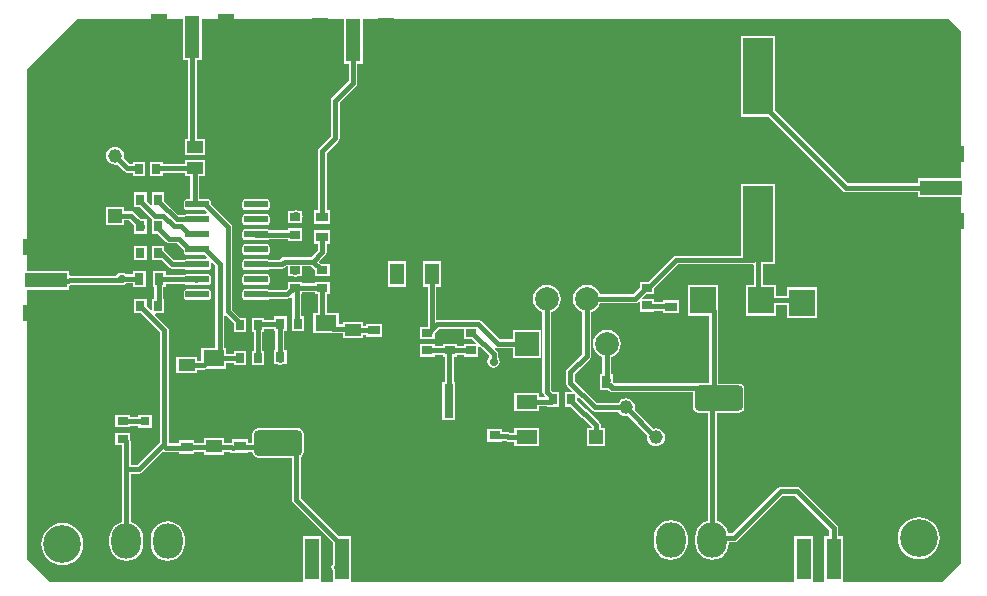
<source format=gtl>
G04*
G04 #@! TF.GenerationSoftware,Altium Limited,Altium Designer,21.6.1 (37)*
G04*
G04 Layer_Physical_Order=1*
G04 Layer_Color=255*
%FSLAX44Y44*%
%MOMM*%
G71*
G04*
G04 #@! TF.SameCoordinates,4932F9C6-11AC-4B27-AC6D-AAE507F42B56*
G04*
G04*
G04 #@! TF.FilePolarity,Positive*
G04*
G01*
G75*
G04:AMPARAMS|DCode=20|XSize=1.2mm|YSize=3.5mm|CornerRadius=0.3mm|HoleSize=0mm|Usage=FLASHONLY|Rotation=0.000|XOffset=0mm|YOffset=0mm|HoleType=Round|Shape=RoundedRectangle|*
%AMROUNDEDRECTD20*
21,1,1.2000,2.9000,0,0,0.0*
21,1,0.6000,3.5000,0,0,0.0*
1,1,0.6000,0.3000,-1.4500*
1,1,0.6000,-0.3000,-1.4500*
1,1,0.6000,-0.3000,1.4500*
1,1,0.6000,0.3000,1.4500*
%
%ADD20ROUNDEDRECTD20*%
%ADD21R,1.2000X3.5000*%
%ADD22R,1.3800X1.0500*%
G04:AMPARAMS|DCode=23|XSize=3.99mm|YSize=2.12mm|CornerRadius=0.265mm|HoleSize=0mm|Usage=FLASHONLY|Rotation=0.000|XOffset=0mm|YOffset=0mm|HoleType=Round|Shape=RoundedRectangle|*
%AMROUNDEDRECTD23*
21,1,3.9900,1.5900,0,0,0.0*
21,1,3.4600,2.1200,0,0,0.0*
1,1,0.5300,1.7300,-0.7950*
1,1,0.5300,-1.7300,-0.7950*
1,1,0.5300,-1.7300,0.7950*
1,1,0.5300,1.7300,0.7950*
%
%ADD23ROUNDEDRECTD23*%
%ADD24R,4.2000X1.3500*%
%ADD25R,3.6000X1.2700*%
%ADD26R,0.7620X2.8702*%
%ADD27R,2.5000X6.5000*%
%ADD28R,0.8000X1.0000*%
%ADD29R,0.9000X0.7000*%
%ADD30R,2.2000X2.3000*%
%ADD31R,10.4000X15.9900*%
%ADD32R,1.1500X1.8200*%
%ADD33R,0.7000X0.9000*%
%ADD34R,1.8200X1.1500*%
%ADD35R,1.0000X0.8000*%
%ADD36R,1.2700X3.6000*%
%ADD37R,1.3500X4.2000*%
G04:AMPARAMS|DCode=38|XSize=1.95mm|YSize=0.59mm|CornerRadius=0.0738mm|HoleSize=0mm|Usage=FLASHONLY|Rotation=0.000|XOffset=0mm|YOffset=0mm|HoleType=Round|Shape=RoundedRectangle|*
%AMROUNDEDRECTD38*
21,1,1.9500,0.4425,0,0,0.0*
21,1,1.8025,0.5900,0,0,0.0*
1,1,0.1475,0.9012,-0.2213*
1,1,0.1475,-0.9012,-0.2213*
1,1,0.1475,-0.9012,0.2213*
1,1,0.1475,0.9012,0.2213*
%
%ADD38ROUNDEDRECTD38*%
%ADD39R,1.8200X1.3800*%
%ADD40R,0.8000X0.8000*%
%ADD70C,0.4000*%
%ADD71C,3.2000*%
%ADD72O,2.5000X3.0000*%
%ADD73R,2.0100X2.0100*%
%ADD74C,2.0100*%
%ADD75C,4.8660*%
%ADD76R,1.1680X1.1680*%
%ADD77C,1.1680*%
%ADD78R,1.1680X1.1680*%
%ADD79C,0.7000*%
G36*
X897451Y360944D02*
Y236300D01*
X861300D01*
Y232022D01*
X801813D01*
X740200Y293635D01*
Y356700D01*
X711800D01*
Y288300D01*
X734865D01*
X797582Y225583D01*
X797582Y225583D01*
X798806Y224765D01*
X800250Y224478D01*
X800250Y224478D01*
X861300D01*
Y220200D01*
X897451D01*
Y-89944D01*
X881944Y-105451D01*
X798666D01*
X797500Y-105200D01*
X797500Y-104181D01*
Y-66800D01*
X793572D01*
Y-59800D01*
X793572Y-59800D01*
X793285Y-58356D01*
X792468Y-57132D01*
X792467Y-57132D01*
X761324Y-25989D01*
X760100Y-25171D01*
X758657Y-24884D01*
X758657Y-24884D01*
X745091D01*
X743648Y-25171D01*
X742424Y-25989D01*
X703937Y-64476D01*
X700924D01*
X700835Y-63793D01*
X699404Y-60339D01*
X697128Y-57372D01*
X694161Y-55096D01*
X690772Y-53693D01*
Y37615D01*
X709900D01*
X711597Y37952D01*
X713036Y38914D01*
X713998Y40353D01*
X714335Y42050D01*
Y57950D01*
X713998Y59647D01*
X713036Y61086D01*
X711597Y62048D01*
X709900Y62385D01*
X692272D01*
Y124000D01*
X692272Y124000D01*
X692200Y124365D01*
Y146200D01*
X666800D01*
Y119800D01*
X684727D01*
Y63369D01*
X684000Y62772D01*
X604063D01*
X603200Y63635D01*
Y70700D01*
X601522D01*
Y84811D01*
X603926Y85806D01*
X606380Y87690D01*
X608264Y90144D01*
X609448Y93003D01*
X609851Y96070D01*
X609448Y99137D01*
X608264Y101996D01*
X606380Y104450D01*
X603926Y106334D01*
X601067Y107517D01*
X598000Y107921D01*
X594933Y107517D01*
X592074Y106334D01*
X589620Y104450D01*
X587736Y101996D01*
X586552Y99137D01*
X586149Y96070D01*
X586552Y93003D01*
X587736Y90144D01*
X589620Y87690D01*
X592074Y85806D01*
X593978Y85018D01*
Y70700D01*
X591800D01*
Y57300D01*
X598865D01*
X599832Y56333D01*
X599832Y56333D01*
X601056Y55515D01*
X602500Y55227D01*
X670865D01*
Y42050D01*
X671202Y40353D01*
X672164Y38914D01*
X673603Y37952D01*
X675300Y37615D01*
X683227D01*
Y-53693D01*
X679839Y-55096D01*
X676872Y-57372D01*
X674596Y-60339D01*
X673166Y-63793D01*
X672678Y-67500D01*
Y-72500D01*
X673166Y-76207D01*
X674596Y-79661D01*
X676872Y-82628D01*
X679839Y-84904D01*
X683293Y-86334D01*
X687000Y-86823D01*
X690707Y-86334D01*
X694161Y-84904D01*
X697128Y-82628D01*
X699404Y-79661D01*
X700835Y-76207D01*
X701322Y-72500D01*
Y-72021D01*
X705500D01*
X705500Y-72021D01*
X706944Y-71733D01*
X708168Y-70916D01*
X746654Y-32429D01*
X757094D01*
X786028Y-61363D01*
Y-66800D01*
X782100D01*
Y-104181D01*
X782100Y-105200D01*
X780934Y-105451D01*
X773266D01*
X772100Y-105200D01*
X772100Y-104181D01*
Y-66800D01*
X756700D01*
Y-104181D01*
X756700Y-105200D01*
X755534Y-105451D01*
X382266D01*
X381100Y-105200D01*
X381100Y-104181D01*
Y-66800D01*
X371035D01*
X338672Y-34437D01*
Y3D01*
X340036Y914D01*
X340998Y2353D01*
X341335Y4050D01*
Y19950D01*
X340998Y21647D01*
X340036Y23086D01*
X338597Y24048D01*
X336900Y24385D01*
X302300D01*
X300603Y24048D01*
X299164Y23086D01*
X298202Y21647D01*
X297865Y19950D01*
Y12272D01*
X293700D01*
Y15200D01*
X280300D01*
Y12519D01*
X279999Y12272D01*
X279999Y12272D01*
X273600D01*
Y16070D01*
X256400D01*
Y12272D01*
X248700D01*
Y14200D01*
X235300D01*
Y11773D01*
X226772D01*
Y108000D01*
X226772Y108000D01*
X226485Y109444D01*
X225668Y110667D01*
X225667Y110668D01*
X215708Y120627D01*
X216194Y121800D01*
X223200D01*
Y134200D01*
X222272D01*
Y144300D01*
X224700D01*
Y147028D01*
X240165D01*
X240430Y146630D01*
X241236Y146091D01*
X242188Y145902D01*
X260212D01*
X261164Y146091D01*
X261970Y146630D01*
X262509Y147437D01*
X262698Y148387D01*
Y152812D01*
X262509Y153764D01*
X261970Y154570D01*
X261164Y155109D01*
X260212Y155298D01*
X242188D01*
X241236Y155109D01*
X240434Y154572D01*
X224700D01*
Y157700D01*
X213300D01*
Y144300D01*
X214727D01*
Y134200D01*
X212800D01*
Y125194D01*
X211627Y124708D01*
X208294Y128041D01*
X208200Y128512D01*
Y134200D01*
X197800D01*
Y128512D01*
X197698Y128000D01*
X197800Y127488D01*
Y121800D01*
X203865D01*
X219228Y106437D01*
Y12563D01*
X200437Y-6227D01*
X194772D01*
Y13500D01*
X194772Y13500D01*
X194485Y14944D01*
X194200Y15371D01*
Y20700D01*
X181800D01*
Y10300D01*
X187227D01*
Y-54693D01*
X183839Y-56096D01*
X180872Y-58373D01*
X178596Y-61339D01*
X177166Y-64793D01*
X176677Y-68500D01*
Y-73500D01*
X177166Y-77207D01*
X178596Y-80661D01*
X180872Y-83628D01*
X183839Y-85904D01*
X187293Y-87334D01*
X191000Y-87823D01*
X194707Y-87334D01*
X198161Y-85904D01*
X201128Y-83628D01*
X203404Y-80661D01*
X204834Y-77207D01*
X205322Y-73500D01*
Y-68500D01*
X204834Y-64793D01*
X203404Y-61339D01*
X201128Y-58373D01*
X198161Y-56096D01*
X194772Y-54693D01*
Y-13772D01*
X202000D01*
X202000Y-13772D01*
X203444Y-13485D01*
X204668Y-12668D01*
X222373Y5038D01*
X223156Y4515D01*
X224600Y4227D01*
X235300D01*
Y2800D01*
X248700D01*
Y4728D01*
X256400D01*
Y2170D01*
X273600D01*
Y4728D01*
X278488D01*
X279556Y4014D01*
X280300Y3866D01*
Y3800D01*
X281000Y3727D01*
X281368Y3800D01*
X281570Y3800D01*
X293700D01*
Y4728D01*
X297865D01*
Y4050D01*
X298202Y2353D01*
X299164Y914D01*
X300603Y-48D01*
X302300Y-385D01*
X331128D01*
Y-36000D01*
X331128Y-36000D01*
X331415Y-37444D01*
X332233Y-38668D01*
X365700Y-72135D01*
Y-90181D01*
X364915Y-91356D01*
X364627Y-92800D01*
X364915Y-94244D01*
X365700Y-95419D01*
X365700Y-105200D01*
X364534Y-105451D01*
X356866D01*
X355700Y-105200D01*
X355700Y-104181D01*
Y-66800D01*
X340300D01*
Y-104181D01*
X340300Y-105200D01*
X339134Y-105451D01*
X126056D01*
X106549Y-85944D01*
Y141950D01*
X142700D01*
Y145367D01*
X143444Y145515D01*
X144510Y146228D01*
X184783D01*
X184971Y146102D01*
X187000Y145698D01*
X189029Y146102D01*
X190714Y147227D01*
X196300D01*
Y144300D01*
X207700D01*
Y157700D01*
X196300D01*
Y154773D01*
X190714D01*
X189029Y155898D01*
X187000Y156302D01*
X184971Y155898D01*
X183251Y154749D01*
X182598Y153772D01*
X144000D01*
X143970Y153766D01*
X142700Y154550D01*
Y158050D01*
X106549D01*
Y328944D01*
X149056Y371451D01*
X238950D01*
Y336300D01*
X243228D01*
Y269830D01*
X240400D01*
Y255930D01*
X257600D01*
Y269830D01*
X250772D01*
Y336300D01*
X255050D01*
Y371451D01*
X374950D01*
Y333300D01*
X379227D01*
Y318563D01*
X365332Y304668D01*
X364515Y303444D01*
X364227Y302000D01*
X364227Y302000D01*
Y271563D01*
X354332Y261667D01*
X353515Y260444D01*
X353228Y259000D01*
X353228Y259000D01*
Y209200D01*
X350300D01*
Y197800D01*
X363700D01*
Y209200D01*
X360773D01*
Y257437D01*
X370668Y267332D01*
X371485Y268556D01*
X371772Y270000D01*
X371772Y270000D01*
Y300437D01*
X385667Y314332D01*
X385668Y314332D01*
X386485Y315556D01*
X386772Y317000D01*
Y333300D01*
X391050D01*
Y371451D01*
X886944D01*
X897451Y360944D01*
D02*
G37*
%LPC*%
G36*
X257600Y252070D02*
X240400D01*
Y248333D01*
X221700D01*
Y250200D01*
X211300D01*
Y237800D01*
X221700D01*
Y240788D01*
X240400D01*
Y238170D01*
X245228D01*
Y218798D01*
X242188D01*
X241236Y218609D01*
X240430Y218070D01*
X239891Y217264D01*
X239702Y216313D01*
Y211887D01*
X239891Y210937D01*
X240430Y210130D01*
X241236Y209592D01*
X242188Y209402D01*
X257363D01*
X259397Y207368D01*
X258871Y206098D01*
X242188D01*
X241236Y205909D01*
X240430Y205370D01*
X240298Y205173D01*
X235163D01*
X223200Y217135D01*
Y224200D01*
X212800D01*
Y214195D01*
X211627Y213708D01*
X208200Y217135D01*
Y224200D01*
X197800D01*
Y220871D01*
X197515Y220444D01*
X197227Y219000D01*
X197515Y217556D01*
X197800Y217129D01*
Y211800D01*
X202865D01*
X212054Y202611D01*
X212800Y201700D01*
X212800D01*
X212800Y201700D01*
Y189300D01*
X217865D01*
X224857Y182307D01*
X224857Y182307D01*
X226081Y181490D01*
X227525Y181203D01*
X233862D01*
X239702Y175363D01*
Y173787D01*
X239891Y172836D01*
X240430Y172030D01*
X241236Y171492D01*
X242188Y171302D01*
X257363D01*
X259397Y169268D01*
X258871Y167998D01*
X242188D01*
X241236Y167809D01*
X240430Y167270D01*
X240298Y167073D01*
X231263D01*
X223200Y175135D01*
Y179200D01*
X212800D01*
Y166800D01*
X220865D01*
X227032Y160632D01*
X228256Y159815D01*
X229700Y159528D01*
X229700Y159528D01*
X240298D01*
X240430Y159330D01*
X241236Y158792D01*
X242188Y158602D01*
X260212D01*
X261164Y158792D01*
X261970Y159330D01*
X262509Y160137D01*
X262698Y161087D01*
Y164171D01*
X263968Y164697D01*
X266227Y162437D01*
Y92290D01*
X254200D01*
Y81652D01*
X250600D01*
Y84830D01*
X233400D01*
Y70930D01*
X250600D01*
Y74107D01*
X256990D01*
X256990Y74107D01*
X258434Y74395D01*
X259474Y75090D01*
X275800D01*
Y80227D01*
X282300D01*
Y77800D01*
X292700D01*
Y90200D01*
X282300D01*
Y87773D01*
X275800D01*
Y92290D01*
X273773D01*
Y119596D01*
X275042Y120122D01*
X282300Y112865D01*
Y105800D01*
X292700D01*
Y118200D01*
X287635D01*
X280772Y125063D01*
Y195100D01*
X280772Y195100D01*
X280485Y196544D01*
X279668Y197768D01*
X279667Y197768D01*
X262698Y214737D01*
Y216313D01*
X262509Y217264D01*
X261970Y218070D01*
X261164Y218609D01*
X260212Y218798D01*
X252773D01*
Y238170D01*
X257600D01*
Y252070D01*
D02*
G37*
G36*
X181400Y263005D02*
X179432Y262746D01*
X177598Y261986D01*
X176022Y260778D01*
X174814Y259202D01*
X174054Y257368D01*
X173795Y255400D01*
X174054Y253432D01*
X174814Y251597D01*
X176022Y250022D01*
X177598Y248814D01*
X179432Y248054D01*
X181400Y247795D01*
X183368Y248054D01*
X183398Y248067D01*
X189332Y242132D01*
X189332Y242132D01*
X190556Y241315D01*
X192000Y241028D01*
X196300D01*
Y237800D01*
X206700D01*
Y250200D01*
X196300D01*
Y248573D01*
X193563D01*
X188734Y253402D01*
X188746Y253432D01*
X189005Y255400D01*
X188746Y257368D01*
X187986Y259202D01*
X186778Y260778D01*
X185203Y261986D01*
X183368Y262746D01*
X181400Y263005D01*
D02*
G37*
G36*
X309813Y218798D02*
X291787D01*
X290837Y218609D01*
X290030Y218070D01*
X289491Y217264D01*
X289302Y216313D01*
Y211887D01*
X289491Y210937D01*
X290030Y210130D01*
X290837Y209592D01*
X291787Y209402D01*
X309813D01*
X310764Y209592D01*
X311570Y210130D01*
X312109Y210937D01*
X312298Y211887D01*
Y216313D01*
X312109Y217264D01*
X311570Y218070D01*
X310764Y218609D01*
X309813Y218798D01*
D02*
G37*
G36*
X335000Y209302D02*
X332971Y208898D01*
X332674Y208700D01*
X327800D01*
Y198300D01*
X340200D01*
Y203488D01*
X340302Y204000D01*
X340200Y204512D01*
Y208700D01*
X337326D01*
X337029Y208898D01*
X335000Y209302D01*
D02*
G37*
G36*
X309813Y206098D02*
X291787D01*
X290837Y205909D01*
X290030Y205370D01*
X289491Y204564D01*
X289302Y203612D01*
Y199188D01*
X289491Y198237D01*
X290030Y197430D01*
X290837Y196891D01*
X291787Y196702D01*
X309813D01*
X310764Y196891D01*
X311570Y197430D01*
X312109Y198237D01*
X312298Y199188D01*
Y203612D01*
X312109Y204564D01*
X311570Y205370D01*
X310764Y205909D01*
X309813Y206098D01*
D02*
G37*
G36*
X340200Y193700D02*
X327800D01*
Y192372D01*
X311768D01*
X311570Y192670D01*
X310764Y193209D01*
X309813Y193398D01*
X291787D01*
X290837Y193209D01*
X290030Y192670D01*
X289491Y191863D01*
X289302Y190912D01*
Y186488D01*
X289491Y185536D01*
X290030Y184730D01*
X290837Y184191D01*
X291787Y184002D01*
X309813D01*
X310764Y184191D01*
X311570Y184730D01*
X311635Y184827D01*
X327800D01*
Y183300D01*
X334636D01*
X335000Y183228D01*
X335364Y183300D01*
X340200D01*
Y193700D01*
D02*
G37*
G36*
X188940Y212140D02*
X173860D01*
Y197060D01*
X188940D01*
Y200828D01*
X193337D01*
X197800Y196365D01*
Y194364D01*
X197728Y194000D01*
X197800Y193636D01*
Y189300D01*
X208200D01*
Y201700D01*
X203135D01*
X197568Y207268D01*
X196344Y208085D01*
X194900Y208372D01*
X194900Y208372D01*
X188940D01*
Y212140D01*
D02*
G37*
G36*
X309813Y180698D02*
X291787D01*
X290837Y180509D01*
X290030Y179970D01*
X289491Y179163D01*
X289302Y178213D01*
Y173787D01*
X289491Y172836D01*
X290030Y172030D01*
X290837Y171492D01*
X291787Y171302D01*
X309813D01*
X310764Y171492D01*
X311570Y172030D01*
X312109Y172836D01*
X312298Y173787D01*
Y178213D01*
X312109Y179163D01*
X311570Y179970D01*
X310764Y180509D01*
X309813Y180698D01*
D02*
G37*
G36*
X740200Y231700D02*
X711800D01*
Y170772D01*
X656500D01*
X656500Y170772D01*
X655056Y170485D01*
X653832Y169667D01*
X653832Y169667D01*
X632865Y148700D01*
X631364D01*
X631000Y148772D01*
X630636Y148700D01*
X625800D01*
Y143635D01*
X620007Y137843D01*
X592155D01*
X591264Y139996D01*
X589380Y142450D01*
X586926Y144334D01*
X584067Y145518D01*
X581000Y145921D01*
X577933Y145518D01*
X575074Y144334D01*
X572620Y142450D01*
X570736Y139996D01*
X569552Y137137D01*
X569149Y134070D01*
X569552Y131003D01*
X570736Y128144D01*
X572620Y125690D01*
X575074Y123806D01*
X577228Y122914D01*
Y87563D01*
X564333Y74668D01*
X563515Y73444D01*
X563228Y72000D01*
X563228Y72000D01*
Y63267D01*
X563228Y63267D01*
X563515Y61824D01*
X564333Y60600D01*
X568559Y56373D01*
X568073Y55200D01*
X562300D01*
Y42800D01*
X567365D01*
X575832Y34332D01*
X577056Y33515D01*
X577798Y33367D01*
X585228Y25937D01*
Y24540D01*
X581060D01*
Y9460D01*
X596140D01*
Y24540D01*
X592772D01*
Y27500D01*
X592485Y28944D01*
X591668Y30168D01*
X582168Y39668D01*
X580944Y40485D01*
X580202Y40633D01*
X572700Y48135D01*
Y50573D01*
X573873Y51059D01*
X585200Y39732D01*
X586424Y38915D01*
X587867Y38628D01*
X607401D01*
X607414Y38598D01*
X608622Y37022D01*
X610197Y35814D01*
X612032Y35054D01*
X614000Y34795D01*
X615968Y35054D01*
X615998Y35066D01*
X632066Y18998D01*
X632054Y18968D01*
X631795Y17000D01*
X632054Y15032D01*
X632814Y13197D01*
X634022Y11622D01*
X635597Y10414D01*
X637432Y9654D01*
X639400Y9395D01*
X641368Y9654D01*
X643203Y10414D01*
X644778Y11622D01*
X645986Y13197D01*
X646746Y15032D01*
X647005Y17000D01*
X646746Y18968D01*
X645986Y20803D01*
X644778Y22378D01*
X643203Y23586D01*
X641368Y24346D01*
X639400Y24605D01*
X637432Y24346D01*
X637402Y24334D01*
X621334Y40402D01*
X621346Y40432D01*
X621605Y42400D01*
X621346Y44368D01*
X620586Y46203D01*
X619378Y47778D01*
X617803Y48986D01*
X615968Y49746D01*
X614000Y50005D01*
X612032Y49746D01*
X610197Y48986D01*
X608622Y47778D01*
X607414Y46203D01*
X607401Y46172D01*
X589430D01*
X570773Y64830D01*
Y70437D01*
X583667Y83332D01*
X583667Y83332D01*
X584485Y84556D01*
X584772Y86000D01*
Y122914D01*
X586926Y123806D01*
X589380Y125690D01*
X591264Y128144D01*
X592155Y130297D01*
X621570D01*
X621570Y130297D01*
X623014Y130585D01*
X624238Y131402D01*
X624627Y131792D01*
X625800Y131306D01*
Y123300D01*
X638200D01*
Y124228D01*
X645300D01*
Y121800D01*
X658700D01*
Y133200D01*
X645300D01*
Y131772D01*
X638200D01*
Y133700D01*
X628194D01*
X627708Y134873D01*
X631135Y138300D01*
X638200D01*
Y143365D01*
X658063Y163228D01*
X722000D01*
X722000Y163228D01*
X722227Y163041D01*
Y146200D01*
X715800D01*
Y119800D01*
X741200D01*
Y129228D01*
X750800D01*
Y117800D01*
X776200D01*
Y144200D01*
X750800D01*
Y136772D01*
X741200D01*
Y146200D01*
X729772D01*
Y163300D01*
X740200D01*
Y231700D01*
D02*
G37*
G36*
X363700Y192200D02*
X350300D01*
Y180800D01*
X353228D01*
Y175463D01*
X347237Y169473D01*
X325016D01*
X325016Y169473D01*
X323573Y169185D01*
X322349Y168368D01*
X322349Y168368D01*
X321054Y167073D01*
X311702D01*
X311570Y167270D01*
X310764Y167809D01*
X309813Y167998D01*
X291787D01*
X290837Y167809D01*
X290030Y167270D01*
X289491Y166464D01*
X289302Y165513D01*
Y161087D01*
X289491Y160137D01*
X290030Y159330D01*
X290837Y158792D01*
X291787Y158602D01*
X309813D01*
X310764Y158792D01*
X311570Y159330D01*
X311702Y159528D01*
X322616D01*
X322616Y159528D01*
X324060Y159815D01*
X325284Y160632D01*
X326530Y161879D01*
X327800Y161809D01*
Y153300D01*
X331674D01*
X331971Y153102D01*
X334000Y152698D01*
X336029Y153102D01*
X336326Y153300D01*
X340200D01*
Y161928D01*
X347237D01*
X350800Y158365D01*
Y153300D01*
X363200D01*
Y163700D01*
X356135D01*
X354135Y165700D01*
X359668Y171232D01*
X359668Y171232D01*
X360485Y172456D01*
X360773Y173900D01*
X360773Y173900D01*
Y180800D01*
X363700D01*
Y192200D01*
D02*
G37*
G36*
X208200Y179200D02*
X197800D01*
Y173512D01*
X197698Y173000D01*
X197800Y172488D01*
Y166800D01*
X208200D01*
Y172488D01*
X208302Y173000D01*
X208200Y173512D01*
Y179200D01*
D02*
G37*
G36*
X309813Y155298D02*
X291787D01*
X290837Y155109D01*
X290030Y154570D01*
X289491Y153764D01*
X289302Y152812D01*
Y148387D01*
X289491Y147437D01*
X290030Y146630D01*
X290837Y146091D01*
X291787Y145902D01*
X309813D01*
X310764Y146091D01*
X311570Y146630D01*
X312109Y147437D01*
X312298Y148387D01*
Y152812D01*
X312109Y153764D01*
X311570Y154570D01*
X310764Y155109D01*
X309813Y155298D01*
D02*
G37*
G36*
X427600Y165800D02*
X412700D01*
Y144200D01*
X427600D01*
Y165800D01*
D02*
G37*
G36*
X340200Y148700D02*
X327800D01*
Y143635D01*
X325837Y141672D01*
X311702D01*
X311570Y141870D01*
X310764Y142409D01*
X309813Y142598D01*
X291787D01*
X290837Y142409D01*
X290030Y141870D01*
X289491Y141063D01*
X289302Y140112D01*
Y135688D01*
X289491Y134736D01*
X290030Y133930D01*
X290837Y133392D01*
X291787Y133202D01*
X309813D01*
X310764Y133392D01*
X311570Y133930D01*
X311702Y134128D01*
X327400D01*
X327400Y134128D01*
X328844Y134415D01*
X330067Y135232D01*
X330304Y135469D01*
X331478Y134983D01*
Y119200D01*
X331300D01*
Y106800D01*
X341700D01*
Y119200D01*
X339022D01*
Y138300D01*
X340200D01*
Y139727D01*
X350800D01*
Y138300D01*
X353228D01*
Y122290D01*
X349200D01*
Y105090D01*
X365845D01*
X366210Y105017D01*
X374400D01*
Y100930D01*
X391600D01*
Y103918D01*
X394300D01*
Y101800D01*
X407700D01*
Y113200D01*
X394300D01*
Y111462D01*
X391600D01*
Y114830D01*
X374400D01*
Y112563D01*
X370800D01*
Y122290D01*
X360773D01*
Y138300D01*
X363200D01*
Y148700D01*
X350800D01*
Y147273D01*
X340200D01*
Y148700D01*
D02*
G37*
G36*
X260212Y142598D02*
X242188D01*
X241236Y142409D01*
X240430Y141870D01*
X239891Y141063D01*
X239702Y140112D01*
Y135688D01*
X239891Y134736D01*
X240430Y133930D01*
X241236Y133392D01*
X242188Y133202D01*
X260212D01*
X261164Y133392D01*
X261970Y133930D01*
X262509Y134736D01*
X262698Y135688D01*
Y140112D01*
X262509Y141063D01*
X261970Y141870D01*
X261164Y142409D01*
X260212Y142598D01*
D02*
G37*
G36*
X326700Y119200D02*
X316300D01*
Y116272D01*
X307700D01*
Y118200D01*
X297300D01*
Y105800D01*
X298727D01*
Y90200D01*
X297300D01*
Y77800D01*
X307700D01*
Y90200D01*
X306273D01*
Y105800D01*
X307700D01*
Y108728D01*
X316300D01*
Y106800D01*
X317227D01*
Y91200D01*
X316300D01*
Y78800D01*
X319129D01*
X319556Y78515D01*
X321000Y78228D01*
X322444Y78515D01*
X322871Y78800D01*
X326700D01*
Y91200D01*
X324772D01*
Y106800D01*
X326700D01*
Y119200D01*
D02*
G37*
G36*
X457300Y165800D02*
X442400D01*
Y144200D01*
X446077D01*
Y110700D01*
X439800D01*
Y100300D01*
X446636D01*
X447000Y100227D01*
X447364Y100300D01*
X452200D01*
Y105365D01*
X455763Y108927D01*
X476800D01*
Y100300D01*
X483865D01*
X487292Y96873D01*
X486806Y95700D01*
X476800D01*
Y94272D01*
X471200D01*
Y95700D01*
X458800D01*
Y94272D01*
X452200D01*
Y95700D01*
X439800D01*
Y85300D01*
X452200D01*
Y86728D01*
X458800D01*
Y85300D01*
X460728D01*
Y63863D01*
X458490D01*
Y31761D01*
X469510D01*
Y63863D01*
X468273D01*
Y85300D01*
X471200D01*
Y86728D01*
X476800D01*
Y85300D01*
X489200D01*
Y93306D01*
X490373Y93792D01*
X498228Y85937D01*
Y84714D01*
X497102Y83029D01*
X496698Y81000D01*
X497102Y78971D01*
X498251Y77251D01*
X499971Y76102D01*
X502000Y75698D01*
X504029Y76102D01*
X505749Y77251D01*
X506898Y78971D01*
X507302Y81000D01*
X506898Y83029D01*
X505773Y84714D01*
Y87500D01*
X505773Y87500D01*
X505485Y88944D01*
X504668Y90168D01*
X502890Y91945D01*
X503699Y92932D01*
X504219Y92585D01*
X505663Y92297D01*
X518250D01*
Y84320D01*
X541750D01*
Y107820D01*
X518250D01*
Y99843D01*
X507225D01*
X491700Y115368D01*
X490476Y116185D01*
X489033Y116473D01*
X489033Y116473D01*
X454200D01*
X454200Y116473D01*
X453623Y116947D01*
Y144200D01*
X457300D01*
Y165800D01*
D02*
G37*
G36*
X547000Y145921D02*
X543933Y145518D01*
X541074Y144334D01*
X538620Y142450D01*
X536736Y139996D01*
X535552Y137137D01*
X535149Y134070D01*
X535552Y131003D01*
X536736Y128144D01*
X538620Y125690D01*
X541074Y123806D01*
X543228Y122914D01*
Y55500D01*
X543228Y55500D01*
X543515Y54056D01*
X544332Y52832D01*
X545369Y51796D01*
X544883Y50623D01*
X540800D01*
Y54300D01*
X519200D01*
Y39400D01*
X540800D01*
Y43078D01*
X547300D01*
Y42800D01*
X557700D01*
Y55200D01*
X552635D01*
X550773Y57063D01*
Y122914D01*
X552926Y123806D01*
X555380Y125690D01*
X557264Y128144D01*
X558447Y131003D01*
X558851Y134070D01*
X558447Y137137D01*
X557264Y139996D01*
X555380Y142450D01*
X552926Y144334D01*
X550067Y145518D01*
X547000Y145921D01*
D02*
G37*
G36*
X212700Y36200D02*
X201300D01*
Y34272D01*
X194200D01*
Y35700D01*
X181800D01*
Y25300D01*
X194200D01*
Y26727D01*
X201300D01*
Y24800D01*
X212700D01*
Y36200D01*
D02*
G37*
G36*
X540800Y24600D02*
X519200D01*
Y20773D01*
X515562D01*
X514944Y21185D01*
X513500Y21473D01*
X513500Y21472D01*
X509200D01*
Y23700D01*
X496800D01*
Y13300D01*
X509200D01*
Y13928D01*
X512138D01*
X512756Y13515D01*
X514200Y13227D01*
X519200D01*
Y9700D01*
X540800D01*
Y24600D01*
D02*
G37*
G36*
X862000Y-50714D02*
X858530Y-51056D01*
X855194Y-52068D01*
X852119Y-53712D01*
X849424Y-55924D01*
X847212Y-58619D01*
X845568Y-61694D01*
X844556Y-65030D01*
X844214Y-68500D01*
X844556Y-71970D01*
X845568Y-75306D01*
X847212Y-78381D01*
X849424Y-81076D01*
X852119Y-83288D01*
X855194Y-84932D01*
X858530Y-85944D01*
X862000Y-86286D01*
X865470Y-85944D01*
X868806Y-84932D01*
X871881Y-83288D01*
X874576Y-81076D01*
X876788Y-78381D01*
X878432Y-75306D01*
X879444Y-71970D01*
X879786Y-68500D01*
X879444Y-65030D01*
X878432Y-61694D01*
X876788Y-58619D01*
X874576Y-55924D01*
X871881Y-53712D01*
X868806Y-52068D01*
X865470Y-51056D01*
X862000Y-50714D01*
D02*
G37*
G36*
X652000Y-53177D02*
X648293Y-53665D01*
X644839Y-55096D01*
X641872Y-57372D01*
X639596Y-60339D01*
X638166Y-63793D01*
X637677Y-67500D01*
Y-72500D01*
X638166Y-76207D01*
X639596Y-79661D01*
X641872Y-82628D01*
X644839Y-84904D01*
X648293Y-86334D01*
X652000Y-86823D01*
X655707Y-86334D01*
X659161Y-84904D01*
X662128Y-82628D01*
X664404Y-79661D01*
X665835Y-76207D01*
X666322Y-72500D01*
Y-67500D01*
X665835Y-63793D01*
X664404Y-60339D01*
X662128Y-57372D01*
X659161Y-55096D01*
X655707Y-53665D01*
X652000Y-53177D01*
D02*
G37*
G36*
X226000Y-54177D02*
X222293Y-54665D01*
X218839Y-56096D01*
X215872Y-58373D01*
X213596Y-61339D01*
X212166Y-64793D01*
X211677Y-68500D01*
Y-73500D01*
X212166Y-77207D01*
X213596Y-80661D01*
X215872Y-83628D01*
X218839Y-85904D01*
X222293Y-87334D01*
X226000Y-87823D01*
X229707Y-87334D01*
X233161Y-85904D01*
X236128Y-83628D01*
X238404Y-80661D01*
X239834Y-77207D01*
X240322Y-73500D01*
Y-68500D01*
X239834Y-64793D01*
X238404Y-61339D01*
X236128Y-58373D01*
X233161Y-56096D01*
X229707Y-54665D01*
X226000Y-54177D01*
D02*
G37*
G36*
X137000Y-55714D02*
X133530Y-56056D01*
X130194Y-57068D01*
X127119Y-58712D01*
X124424Y-60924D01*
X122212Y-63619D01*
X120568Y-66694D01*
X119556Y-70030D01*
X119214Y-73500D01*
X119556Y-76970D01*
X120568Y-80306D01*
X122212Y-83381D01*
X124424Y-86076D01*
X127119Y-88288D01*
X130194Y-89932D01*
X133530Y-90944D01*
X137000Y-91286D01*
X140470Y-90944D01*
X143806Y-89932D01*
X146881Y-88288D01*
X149576Y-86076D01*
X151788Y-83381D01*
X153432Y-80306D01*
X154444Y-76970D01*
X154786Y-73500D01*
X154444Y-70030D01*
X153432Y-66694D01*
X151788Y-63619D01*
X149576Y-60924D01*
X146881Y-58712D01*
X143806Y-57068D01*
X140470Y-56056D01*
X137000Y-55714D01*
D02*
G37*
%LPD*%
D20*
X739000Y-86000D02*
D03*
X322600D02*
D03*
D21*
X789800D02*
D03*
X764400D02*
D03*
X373400D02*
D03*
X348000D02*
D03*
D22*
X265000Y26880D02*
D03*
Y9120D02*
D03*
X242000Y60120D02*
D03*
Y77880D02*
D03*
X383000Y90120D02*
D03*
Y107880D02*
D03*
X249000Y262880D02*
D03*
Y245120D02*
D03*
D23*
X319600Y12000D02*
D03*
X404400D02*
D03*
X692600Y50000D02*
D03*
X777400D02*
D03*
D24*
X879000Y256500D02*
D03*
Y200000D02*
D03*
X125000Y178250D02*
D03*
Y121750D02*
D03*
D25*
X881000Y228250D02*
D03*
X123000Y150000D02*
D03*
D26*
X464000Y47812D02*
D03*
Y8188D02*
D03*
D27*
X726000Y197500D02*
D03*
Y322500D02*
D03*
D28*
X580500Y64000D02*
D03*
X597500D02*
D03*
X219000Y151000D02*
D03*
X202000D02*
D03*
D29*
X483000Y105500D02*
D03*
Y90500D02*
D03*
X446000Y105500D02*
D03*
Y90500D02*
D03*
X632000Y128500D02*
D03*
Y143500D02*
D03*
X465000Y90500D02*
D03*
Y105500D02*
D03*
X503000Y18500D02*
D03*
Y33500D02*
D03*
X334000Y188500D02*
D03*
Y203500D02*
D03*
Y143500D02*
D03*
Y158500D02*
D03*
X357000Y158500D02*
D03*
Y143500D02*
D03*
X188000Y15500D02*
D03*
Y30500D02*
D03*
D30*
X679500Y133000D02*
D03*
X728500D02*
D03*
X763500Y131000D02*
D03*
X812500D02*
D03*
D31*
X564000Y232000D02*
D03*
D32*
X449850Y155000D02*
D03*
X420150D02*
D03*
D33*
X552500Y49000D02*
D03*
X567500D02*
D03*
X201500Y244000D02*
D03*
X216500D02*
D03*
X218000Y128000D02*
D03*
X203000D02*
D03*
Y173000D02*
D03*
X218000D02*
D03*
X203000Y218000D02*
D03*
X218000D02*
D03*
X321500Y113000D02*
D03*
X336500D02*
D03*
X336500Y85000D02*
D03*
X321500D02*
D03*
X302500Y112000D02*
D03*
X287500D02*
D03*
X302500Y84000D02*
D03*
X287500D02*
D03*
X218000Y195500D02*
D03*
X203000D02*
D03*
D34*
X530000Y46850D02*
D03*
Y17150D02*
D03*
D35*
X652000Y144500D02*
D03*
Y127500D02*
D03*
X357000Y203500D02*
D03*
Y186500D02*
D03*
X287000Y9500D02*
D03*
Y26500D02*
D03*
X242000Y8500D02*
D03*
Y25500D02*
D03*
X401000Y107500D02*
D03*
Y90500D02*
D03*
D36*
X383000Y353000D02*
D03*
X247000Y356000D02*
D03*
D37*
X411250Y351000D02*
D03*
X354750D02*
D03*
X275250Y354000D02*
D03*
X218750D02*
D03*
D38*
X251200Y214100D02*
D03*
Y201400D02*
D03*
Y188700D02*
D03*
Y176000D02*
D03*
Y163300D02*
D03*
Y150600D02*
D03*
Y137900D02*
D03*
X300800D02*
D03*
Y150600D02*
D03*
Y163300D02*
D03*
Y176000D02*
D03*
Y188700D02*
D03*
Y201400D02*
D03*
Y214100D02*
D03*
D39*
X265000Y56310D02*
D03*
Y83690D02*
D03*
X360000Y86310D02*
D03*
Y113690D02*
D03*
D40*
X207000Y30500D02*
D03*
Y15500D02*
D03*
D70*
X364190Y90500D02*
X384500D01*
X147000Y121750D02*
Y123000D01*
Y121000D02*
Y121750D01*
Y121000D02*
X172600Y95400D01*
X265000Y56310D02*
X358690D01*
X285000Y26499D02*
Y27000D01*
Y26499D02*
X285999Y25500D01*
X264000Y27000D02*
Y55000D01*
X242000Y25500D02*
X260500D01*
X262500D02*
X282999D01*
X172600Y21000D02*
Y95400D01*
X188000Y30500D02*
X205500D01*
X206000Y31000D01*
X366210Y108790D02*
X383000D01*
X383190Y107690D02*
X399690D01*
X400000Y108000D01*
X383000Y107880D02*
X383190Y107690D01*
X324000Y12000D02*
X326349D01*
X319600D02*
X324000D01*
X632500Y128000D02*
X652000D01*
X653000Y127000D01*
X632000Y128500D02*
X632500Y128000D01*
X639000Y17000D02*
Y17400D01*
X614000Y42400D02*
X639000Y17400D01*
X249000Y244500D02*
X250000Y245500D01*
X246560Y244560D02*
X248000Y246000D01*
X216500Y244000D02*
X217060Y244560D01*
X246560D01*
X204000Y195000D02*
Y195500D01*
X194900Y204600D02*
X204000Y195500D01*
X181400Y204600D02*
X194900D01*
X192000Y244800D02*
X200200D01*
X181400Y255400D02*
X192000Y244800D01*
X200200D02*
X201000Y244000D01*
X265000Y83690D02*
X265310Y84000D01*
X256990Y77880D02*
X264000Y84890D01*
X242000Y77880D02*
X256990D01*
X264000Y84890D02*
Y85000D01*
X465000Y90500D02*
X465000Y90500D01*
X464500Y90000D02*
X465000Y90500D01*
X483000D01*
X446000D02*
X465000D01*
X464500Y50500D02*
Y90000D01*
X463000Y49000D02*
X464500Y50500D01*
X483000Y90500D02*
X483500D01*
X484000Y91000D01*
X553000Y49000D02*
Y49500D01*
X552000Y47850D02*
Y49000D01*
X547000Y55500D02*
X553000Y49500D01*
X547000Y55500D02*
Y134070D01*
X579000Y134000D02*
X581000Y132000D01*
X621570Y134070D02*
X631000Y143500D01*
X581000Y134070D02*
X621570D01*
X631000Y143500D02*
Y145000D01*
X483000Y105500D02*
X484000D01*
X502000Y87500D01*
Y81000D02*
Y87500D01*
X505663Y96070D02*
X530000D01*
X489033Y112700D02*
X505663Y96070D01*
X447000Y104000D02*
Y105500D01*
X567000Y72000D02*
X581000Y86000D01*
Y132000D01*
X567000Y63267D02*
Y72000D01*
X454200Y112700D02*
X489033D01*
X449850Y108350D02*
X454200Y112700D01*
X447000Y105500D02*
X449850Y108350D01*
Y155000D01*
X187000Y151000D02*
X187000Y151000D01*
X186000Y150000D02*
X187000Y151000D01*
X325016Y165700D02*
X348800D01*
X187000Y151000D02*
X202000D01*
X144000Y150000D02*
X186000D01*
X247000Y266000D02*
X252000Y261000D01*
X247000Y266000D02*
Y356000D01*
X368000Y270000D02*
Y302000D01*
X383000Y353000D02*
Y354000D01*
Y317000D02*
Y353000D01*
X368000Y302000D02*
X383000Y317000D01*
X722000Y306500D02*
Y328000D01*
Y306500D02*
X800250Y228250D01*
X881000D01*
X725000Y135000D02*
X726000Y136000D01*
X728500Y133000D02*
X759000D01*
X726000Y171000D02*
X730000Y175000D01*
X722000Y167000D02*
X726000Y171000D01*
Y197500D01*
Y136000D02*
Y171000D01*
X632000Y143500D02*
X633000D01*
X656500Y167000D01*
X722000D01*
X587867Y42400D02*
X614000D01*
X567000Y63267D02*
X587867Y42400D01*
X597750Y66250D02*
X599000Y65000D01*
X597500Y63000D02*
X599500Y61000D01*
X600500D01*
X597500Y63000D02*
Y64000D01*
X600500Y61000D02*
X602500Y59000D01*
X684000D01*
X687000Y49000D02*
X688500Y50500D01*
X687000Y49000D02*
X687000Y49000D01*
Y-65000D02*
Y49000D01*
X688500Y50500D02*
Y124000D01*
X679500Y133000D02*
X688500Y124000D01*
X687000Y-65000D02*
X690248Y-68248D01*
X687000Y-65000D02*
X687000Y-65000D01*
X745091Y-28657D02*
X758657D01*
X789800Y-59800D01*
X690248Y-68248D02*
X705500D01*
X745091Y-28657D01*
X789800Y-86000D02*
Y-59800D01*
X597750Y95820D02*
X598000Y96070D01*
X597750Y66250D02*
Y95820D01*
X589000Y17000D02*
Y27500D01*
X567500Y48000D02*
X578500Y37000D01*
X567500Y48000D02*
Y49000D01*
X578500Y37000D02*
X579500D01*
X589000Y27500D01*
X551000Y46850D02*
X552000Y47850D01*
X530000Y46850D02*
X551000D01*
X503800Y17700D02*
X513500D01*
X514200Y17000D02*
X528000D01*
X503000Y18500D02*
X503800Y17700D01*
X513500D02*
X514200Y17000D01*
X191000Y-71000D02*
Y13500D01*
X223000Y11000D02*
Y108000D01*
X224600Y8000D02*
X243600D01*
X192000Y-10000D02*
X202000D01*
X223000Y11000D01*
X187000Y15000D02*
X189500D01*
X191000Y13500D01*
X368600Y-93000D02*
X372000Y-89600D01*
Y-73100D01*
Y-90000D02*
Y-89600D01*
X326349Y12000D02*
X334900Y3449D01*
Y-36000D02*
Y3449D01*
Y-36000D02*
X372000Y-73100D01*
X384500Y90500D02*
X385000Y90000D01*
X334000Y143500D02*
X357500D01*
X368600Y-93000D02*
X374600Y-99000D01*
X302500Y8500D02*
X303000Y8000D01*
X368400Y-92800D02*
X368600Y-93000D01*
X203000Y128000D02*
X223000Y108000D01*
X201000Y219000D02*
X215675Y204325D01*
X219000Y216000D02*
X233600Y201400D01*
X218750Y354000D02*
Y354750D01*
X412250Y352250D02*
Y353000D01*
X355750Y351250D02*
Y353000D01*
X357000Y205000D02*
X358000Y204000D01*
X357000Y259000D02*
X368000Y270000D01*
X357000Y205000D02*
Y259000D01*
X142000Y149000D02*
X143000Y150000D01*
X359000Y56000D02*
Y86000D01*
Y26002D02*
Y56000D01*
X358690Y56310D02*
X359000Y56000D01*
X262500Y25500D02*
X264000Y27000D01*
X283500Y25500D02*
X284000Y25000D01*
X282999Y25500D02*
X283500D01*
X260500D02*
X261000Y25000D01*
X282999Y8500D02*
X302500D01*
X242000D02*
X279999D01*
X281000Y7499D01*
X287000Y84000D02*
X287000Y84000D01*
X265310Y84000D02*
X287000D01*
X270000Y85000D02*
Y164000D01*
X269000Y84000D02*
X270000Y85000D01*
X258000Y176000D02*
X270000Y164000D01*
X251200Y176000D02*
X258000D01*
X335000Y204000D02*
X335000D01*
X327400Y137900D02*
X333500Y144000D01*
X300800Y137900D02*
X327400D01*
X335250Y113750D02*
Y142250D01*
X334000Y143500D02*
X335250Y142250D01*
X333500Y144000D02*
X336000D01*
X356000Y114000D02*
X357000Y115000D01*
X357500Y143500D02*
X358000Y143000D01*
X335250Y113750D02*
X336000Y113000D01*
X360000Y86310D02*
X364190Y90500D01*
X357000Y85000D02*
X358000Y86000D01*
X336500Y85000D02*
X357000D01*
X321000Y82000D02*
Y112500D01*
X321500Y113000D01*
X302000Y112000D02*
X302500Y111500D01*
X320500Y112500D02*
X321000Y113000D01*
X303000Y112500D02*
X320500D01*
X302500Y112000D02*
X303000Y112500D01*
X302500Y84000D02*
Y111500D01*
X362000Y113000D02*
X366210Y108790D01*
X357000Y115000D02*
Y143500D01*
X356000Y186000D02*
X357000Y185000D01*
X348800Y165700D02*
X357000Y173900D01*
Y185000D01*
X355500Y159000D02*
X358000D01*
X348800Y165700D02*
X355500Y159000D01*
X322616Y163300D02*
X325016Y165700D01*
X300800Y163300D02*
X322616D01*
X333400Y188600D02*
X335000Y187000D01*
X300900Y188600D02*
X333400D01*
X300800Y188700D02*
X300900Y188600D01*
X218000Y151000D02*
X218500Y150500D01*
Y128500D02*
Y150500D01*
X218000Y128000D02*
X218500Y128500D01*
X249200Y150800D02*
X250000Y150000D01*
X219200Y150800D02*
X249200D01*
X219000Y151000D02*
X219200Y150800D01*
X203000Y173000D02*
Y173000D01*
X220000D02*
X229700Y163300D01*
X251200D01*
X277000Y123500D02*
X287000Y113500D01*
Y112000D02*
Y113500D01*
X277000Y123500D02*
Y195100D01*
X258000Y214100D02*
X277000Y195100D01*
X251200Y214100D02*
X258000D01*
X201500Y194000D02*
X203000Y195500D01*
X219000Y193500D02*
Y194000D01*
Y193500D02*
X227525Y184975D01*
X235425D01*
X244400Y176000D01*
X251200D01*
X215675Y204325D02*
X222408D01*
X231033Y195700D01*
X237400D01*
X244400Y188700D01*
X251200D01*
X219000Y216000D02*
Y217000D01*
X233600Y201400D02*
X251200D01*
X249500Y243000D02*
X250000D01*
X249000Y242500D02*
X249500Y243000D01*
X249000Y215050D02*
Y242500D01*
Y215050D02*
X249950Y214100D01*
X251200D01*
D71*
X873000Y347500D02*
D03*
X862000Y-68500D02*
D03*
X137000Y-73500D02*
D03*
X148000Y335000D02*
D03*
D72*
X261000Y-71000D02*
D03*
X226000D02*
D03*
X191000D02*
D03*
X617000Y-70000D02*
D03*
X652000D02*
D03*
X687000D02*
D03*
D73*
X530000Y96070D02*
D03*
D74*
X547000Y134070D02*
D03*
X564000Y96070D02*
D03*
X581000Y134070D02*
D03*
X598000Y96070D02*
D03*
D75*
X564000Y283070D02*
D03*
D76*
X588600Y17000D02*
D03*
D77*
X639400D02*
D03*
X614000Y42400D02*
D03*
X181400Y255400D02*
D03*
X156000Y230000D02*
D03*
D78*
X181400Y204600D02*
D03*
D79*
X324000Y12000D02*
D03*
X866000Y306000D02*
D03*
X886000Y266000D02*
D03*
Y186000D02*
D03*
X866000Y146000D02*
D03*
X886000Y106000D02*
D03*
X866000Y66000D02*
D03*
X886000Y26000D02*
D03*
X866000Y-14000D02*
D03*
X886000Y-54000D02*
D03*
X866000Y-94000D02*
D03*
X846000Y346000D02*
D03*
X826000Y306000D02*
D03*
X846000Y266000D02*
D03*
Y186000D02*
D03*
X826000Y146000D02*
D03*
X846000Y106000D02*
D03*
X826000Y66000D02*
D03*
X846000Y26000D02*
D03*
X826000Y-14000D02*
D03*
X846000Y-54000D02*
D03*
X826000Y-94000D02*
D03*
X806000Y346000D02*
D03*
X786000Y306000D02*
D03*
X806000Y266000D02*
D03*
X786000Y226000D02*
D03*
X806000Y186000D02*
D03*
X786000Y146000D02*
D03*
X806000Y106000D02*
D03*
X786000Y66000D02*
D03*
X806000Y26000D02*
D03*
X786000Y-14000D02*
D03*
X806000Y-54000D02*
D03*
X766000Y346000D02*
D03*
X746000Y306000D02*
D03*
Y226000D02*
D03*
X766000Y186000D02*
D03*
X746000Y146000D02*
D03*
X766000Y106000D02*
D03*
X746000Y66000D02*
D03*
X766000Y26000D02*
D03*
X746000Y-14000D02*
D03*
X766000Y-54000D02*
D03*
X746000Y-94000D02*
D03*
X706000Y306000D02*
D03*
X726000Y266000D02*
D03*
X706000Y226000D02*
D03*
Y146000D02*
D03*
X726000Y106000D02*
D03*
X706000Y66000D02*
D03*
X726000Y26000D02*
D03*
X706000Y-14000D02*
D03*
Y-94000D02*
D03*
X686000Y346000D02*
D03*
X666000Y306000D02*
D03*
X686000Y266000D02*
D03*
X666000Y226000D02*
D03*
X686000Y186000D02*
D03*
X666000Y-14000D02*
D03*
Y-94000D02*
D03*
X646000Y346000D02*
D03*
X626000Y306000D02*
D03*
X646000Y266000D02*
D03*
X626000Y226000D02*
D03*
X646000Y186000D02*
D03*
Y106000D02*
D03*
Y26000D02*
D03*
X626000Y-14000D02*
D03*
Y-94000D02*
D03*
X606000Y346000D02*
D03*
X586000Y306000D02*
D03*
X606000Y266000D02*
D03*
X586000Y226000D02*
D03*
X606000Y186000D02*
D03*
X586000Y66000D02*
D03*
X606000Y26000D02*
D03*
X586000Y-14000D02*
D03*
X606000Y-54000D02*
D03*
X586000Y-94000D02*
D03*
X566000Y346000D02*
D03*
X546000Y306000D02*
D03*
Y226000D02*
D03*
X566000Y186000D02*
D03*
Y26000D02*
D03*
X546000Y-14000D02*
D03*
X566000Y-54000D02*
D03*
X546000Y-94000D02*
D03*
X526000Y346000D02*
D03*
X506000Y306000D02*
D03*
X526000Y266000D02*
D03*
X506000Y226000D02*
D03*
X526000Y186000D02*
D03*
X506000Y146000D02*
D03*
Y66000D02*
D03*
Y-14000D02*
D03*
X526000Y-54000D02*
D03*
X506000Y-94000D02*
D03*
X486000Y346000D02*
D03*
X466000Y306000D02*
D03*
X486000Y266000D02*
D03*
X466000Y226000D02*
D03*
X486000Y186000D02*
D03*
X466000Y146000D02*
D03*
X486000Y26000D02*
D03*
X466000Y-14000D02*
D03*
X486000Y-54000D02*
D03*
X466000Y-94000D02*
D03*
X446000Y346000D02*
D03*
X426000Y306000D02*
D03*
X446000Y266000D02*
D03*
X426000Y226000D02*
D03*
X446000Y186000D02*
D03*
X426000Y66000D02*
D03*
X446000Y26000D02*
D03*
X426000Y-14000D02*
D03*
X446000Y-54000D02*
D03*
X426000Y-94000D02*
D03*
X406000Y346000D02*
D03*
X386000Y306000D02*
D03*
X406000Y266000D02*
D03*
X386000Y226000D02*
D03*
Y146000D02*
D03*
Y66000D02*
D03*
X406000Y26000D02*
D03*
X386000Y-14000D02*
D03*
X406000Y-54000D02*
D03*
X386000Y-94000D02*
D03*
X366000Y346000D02*
D03*
X346000Y306000D02*
D03*
Y226000D02*
D03*
Y66000D02*
D03*
X366000Y26000D02*
D03*
X346000Y-14000D02*
D03*
X366000Y-54000D02*
D03*
X326000Y346000D02*
D03*
X306000Y306000D02*
D03*
X326000Y266000D02*
D03*
X306000Y226000D02*
D03*
Y66000D02*
D03*
Y-14000D02*
D03*
X326000Y-54000D02*
D03*
X306000Y-94000D02*
D03*
X286000Y346000D02*
D03*
X266000Y306000D02*
D03*
X286000Y266000D02*
D03*
X266000Y226000D02*
D03*
Y66000D02*
D03*
X286000Y26000D02*
D03*
X266000Y-14000D02*
D03*
X286000Y-54000D02*
D03*
X266000Y-94000D02*
D03*
X226000Y306000D02*
D03*
X246000Y106000D02*
D03*
Y26000D02*
D03*
X226000Y-14000D02*
D03*
X246000Y-54000D02*
D03*
X226000Y-94000D02*
D03*
X206000Y346000D02*
D03*
X186000Y306000D02*
D03*
X206000Y266000D02*
D03*
X186000Y226000D02*
D03*
X206000Y106000D02*
D03*
X186000Y66000D02*
D03*
X206000Y-54000D02*
D03*
X186000Y-94000D02*
D03*
X146000Y306000D02*
D03*
X166000Y266000D02*
D03*
X146000Y226000D02*
D03*
X166000Y186000D02*
D03*
Y106000D02*
D03*
X146000Y66000D02*
D03*
X166000Y26000D02*
D03*
X146000Y-14000D02*
D03*
X166000Y-54000D02*
D03*
X146000Y-94000D02*
D03*
X502000Y81000D02*
D03*
X421000Y153000D02*
D03*
X334000Y158000D02*
D03*
X187000Y151000D02*
D03*
X265000Y55000D02*
D03*
X146000Y122000D02*
D03*
Y178000D02*
D03*
X218750Y354750D02*
D03*
X276000Y354000D02*
D03*
X412250Y352250D02*
D03*
X355750Y351250D02*
D03*
X335000Y204000D02*
D03*
X203000Y128000D02*
D03*
Y173000D02*
D03*
M02*

</source>
